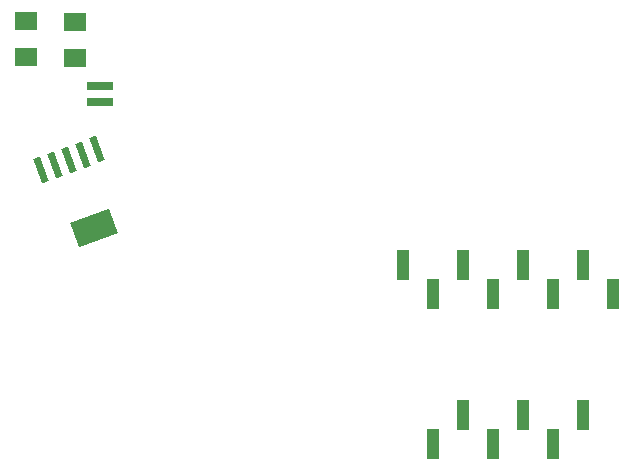
<source format=gbp>
G04 Layer_Color=128*
%FSLAX44Y44*%
%MOMM*%
G71*
G01*
G75*
%ADD69R,1.9000X1.6000*%
%ADD70R,1.0000X2.5000*%
G04:AMPARAMS|DCode=71|XSize=3.5mm|YSize=2.2mm|CornerRadius=0mm|HoleSize=0mm|Usage=FLASHONLY|Rotation=200.000|XOffset=0mm|YOffset=0mm|HoleType=Round|Shape=Rectangle|*
%AMROTATEDRECTD71*
4,1,4,1.2682,1.6322,2.0207,-0.4351,-1.2682,-1.6322,-2.0207,0.4351,1.2682,1.6322,0.0*
%
%ADD71ROTATEDRECTD71*%

G04:AMPARAMS|DCode=72|XSize=0.6mm|YSize=2.2mm|CornerRadius=0mm|HoleSize=0mm|Usage=FLASHONLY|Rotation=200.000|XOffset=0mm|YOffset=0mm|HoleType=Round|Shape=Rectangle|*
%AMROTATEDRECTD72*
4,1,4,-0.0943,1.1363,0.6581,-0.9311,0.0943,-1.1363,-0.6581,0.9311,-0.0943,1.1363,0.0*
%
%ADD72ROTATEDRECTD72*%

%ADD73R,2.2860X0.7620*%
D69*
X-366597Y4850D02*
D03*
Y-26150D02*
D03*
X-407890Y5495D02*
D03*
Y-25505D02*
D03*
D70*
X63640Y-200850D02*
D03*
X38240Y-352850D02*
D03*
X-38100Y-200850D02*
D03*
X-63500Y-352850D02*
D03*
X63640Y-327850D02*
D03*
X38240Y-225850D02*
D03*
X-63500D02*
D03*
X-38100Y-327850D02*
D03*
X12700Y-200850D02*
D03*
X-12700Y-352850D02*
D03*
X-88890Y-200850D02*
D03*
X89020Y-225850D02*
D03*
X12700Y-327850D02*
D03*
X-12700Y-225850D02*
D03*
D71*
X-350658Y-170311D02*
D03*
D72*
X-359929Y-107706D02*
D03*
X-383797Y-116394D02*
D03*
X-347995Y-103363D02*
D03*
X-371863Y-112050D02*
D03*
X-395731Y-120737D02*
D03*
D73*
X-345750Y-62965D02*
D03*
Y-49285D02*
D03*
M02*

</source>
